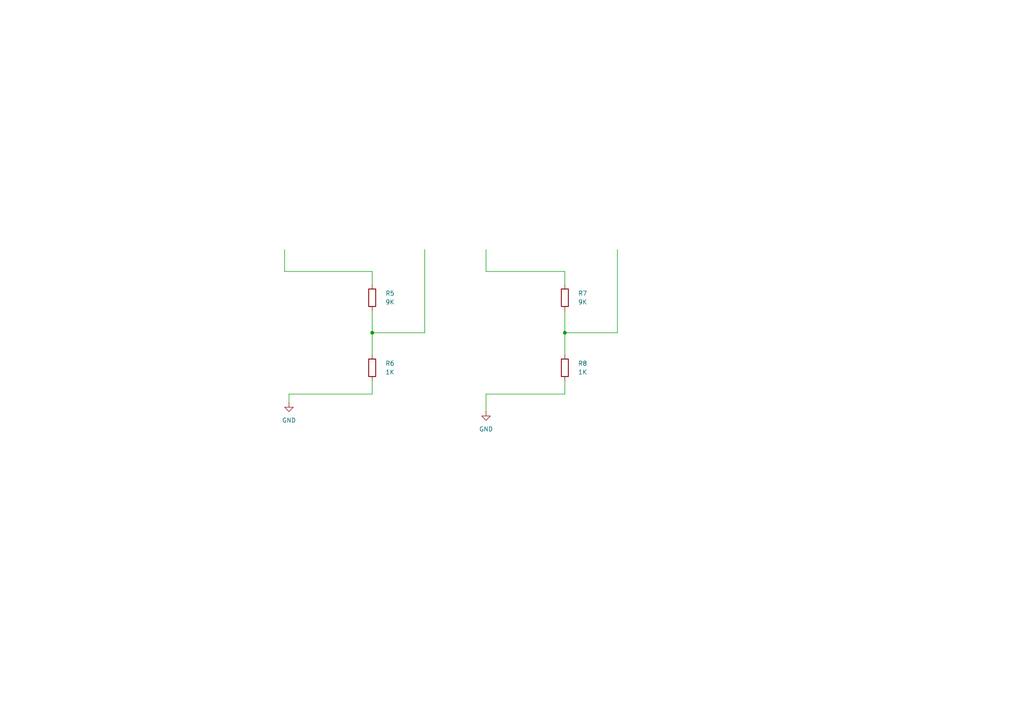
<source format=kicad_sch>
(kicad_sch (version 20250114) (generator "eeschema") (generator_version "9.0")
  (paper "A4")
  (lib_symbols
    (symbol "Device:R" (pin_numbers (hide yes)) (pin_names (offset 0))
      (property "Reference" "R" (at 2.032 0 90))
      (property "Value" "R" (at 0 0 90))
      (symbol "R_0_1"
        (rectangle (start -1.016 -2.54) (end 1.016 2.54) (stroke (width 0.254)))
      )
      (symbol "R_1_1"
        (pin passive line (at 0 3.81 270) (length 1.27) (name "~") (number "1"))
        (pin passive line (at 0 -3.81 90) (length 1.27) (name "~") (number "2"))
      )
    )
    (symbol "power:GND" (power) (pin_numbers (hide yes)) (pin_names (offset 0) (hide yes))
      (property "Value" "GND" (at 0 -3.81 0))
      (symbol "GND_0_1"
        (polyline (pts (xy 0 0) (xy 0 -1.27) (xy 1.27 -1.27) (xy 0 -2.54) (xy -1.27 -1.27) (xy 0 -1.27)))
      )
      (symbol "GND_1_1"
        (pin power_in line (at 0 0 270) (length 0) (name "~") (number "1"))
      )
    )
  )
  (junction (at 107.95 96.52))
  (junction (at 163.83 96.52))
  (wire (pts (xy 107.95 96.52) (xy 123.19 96.52)))
  (wire (pts (xy 163.83 96.52) (xy 163.83 102.87)))
  (wire (pts (xy 82.55 72.39) (xy 82.55 78.74)))
  (wire (pts (xy 163.83 110.49) (xy 163.83 114.3)))
  (wire (pts (xy 123.19 72.39) (xy 123.19 96.52)))
  (wire (pts (xy 179.07 96.52) (xy 179.07 72.39)))
  (wire (pts (xy 83.82 114.3) (xy 107.95 114.3)))
  (wire (pts (xy 107.95 82.55) (xy 107.95 78.74)))
  (wire (pts (xy 163.83 78.74) (xy 140.97 78.74)))
  (wire (pts (xy 107.95 110.49) (xy 107.95 114.3)))
  (wire (pts (xy 83.82 114.3) (xy 83.82 116.84)))
  (wire (pts (xy 140.97 114.3) (xy 163.83 114.3)))
  (wire (pts (xy 107.95 78.74) (xy 82.55 78.74)))
  (wire (pts (xy 107.95 90.17) (xy 107.95 96.52)))
  (wire (pts (xy 163.83 96.52) (xy 179.07 96.52)))
  (wire (pts (xy 140.97 114.3) (xy 140.97 119.38)))
  (wire (pts (xy 140.97 72.39) (xy 140.97 78.74)))
  (wire (pts (xy 163.83 90.17) (xy 163.83 96.52)))
  (wire (pts (xy 107.95 96.52) (xy 107.95 102.87)))
  (wire (pts (xy 163.83 82.55) (xy 163.83 78.74)))
  (symbol (lib_id "Device:R") (at 107.95 106.68 0) (unit 1)
    (property "Reference" "R6" (at 111.76 105.4099 0) (effects (justify left)))
    (property "Value" "1K" (at 111.76 107.9499 0) (effects (justify left)))
    (property "Description" "Resistor" (effects (hide yes)))
  )
  (symbol (lib_id "Device:R") (at 107.95 86.36 0) (unit 1)
    (property "Reference" "R5" (at 111.76 85.0899 0) (effects (justify left)))
    (property "Value" "9K" (at 111.76 87.6299 0) (effects (justify left)))
    (property "Description" "Resistor" (effects (hide yes)))
  )
  (symbol (lib_id "Device:R") (at 163.83 106.68 0) (unit 1)
    (property "Reference" "R8" (at 167.64 105.4099 0) (effects (justify left)))
    (property "Value" "1K" (at 167.64 107.9499 0) (effects (justify left)))
    (property "Description" "Resistor" (effects (hide yes)))
  )
  (symbol (lib_id "power:GND") (at 83.82 116.84 0) (unit 1)
    (property "Reference" "#PWR015" (effects (hide yes)))
    (property "Value" "GND" (at 83.82 121.92 0))
    (property "Description" "Power symbol creates a global label with name \"GND\" , ground" (effects (hide yes)))
  )
  (symbol (lib_id "Device:R") (at 163.83 86.36 0) (unit 1)
    (property "Reference" "R7" (at 167.64 85.0899 0) (effects (justify left)))
    (property "Value" "9K" (at 167.64 87.6299 0) (effects (justify left)))
    (property "Description" "Resistor" (effects (hide yes)))
  )
  (symbol (lib_id "power:GND") (at 140.97 119.38 0) (unit 1)
    (property "Reference" "#PWR016" (effects (hide yes)))
    (property "Value" "GND" (at 140.97 124.46 0))
    (property "Description" "Power symbol creates a global label with name \"GND\" , ground" (effects (hide yes)))
  )
)
</source>
